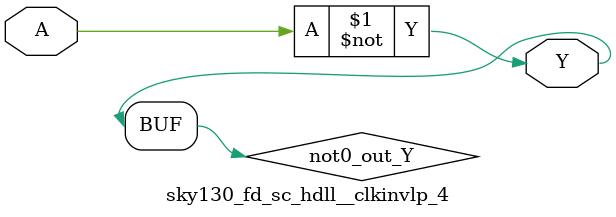
<source format=v>
/*
 * Copyright 2020 The SkyWater PDK Authors
 *
 * Licensed under the Apache License, Version 2.0 (the "License");
 * you may not use this file except in compliance with the License.
 * You may obtain a copy of the License at
 *
 *     https://www.apache.org/licenses/LICENSE-2.0
 *
 * Unless required by applicable law or agreed to in writing, software
 * distributed under the License is distributed on an "AS IS" BASIS,
 * WITHOUT WARRANTIES OR CONDITIONS OF ANY KIND, either express or implied.
 * See the License for the specific language governing permissions and
 * limitations under the License.
 *
 * SPDX-License-Identifier: Apache-2.0
*/


`ifndef SKY130_FD_SC_HDLL__CLKINVLP_4_FUNCTIONAL_V
`define SKY130_FD_SC_HDLL__CLKINVLP_4_FUNCTIONAL_V

/**
 * clkinvlp: Lower power Clock tree inverter.
 *
 * Verilog simulation functional model.
 */

`timescale 1ns / 1ps
`default_nettype none

`celldefine
module sky130_fd_sc_hdll__clkinvlp_4 (
    Y,
    A
);

    // Module ports
    output Y;
    input  A;

    // Local signals
    wire not0_out_Y;

    //  Name  Output      Other arguments
    not not0 (not0_out_Y, A              );
    buf buf0 (Y         , not0_out_Y     );

endmodule
`endcelldefine

`default_nettype wire
`endif  // SKY130_FD_SC_HDLL__CLKINVLP_4_FUNCTIONAL_V

</source>
